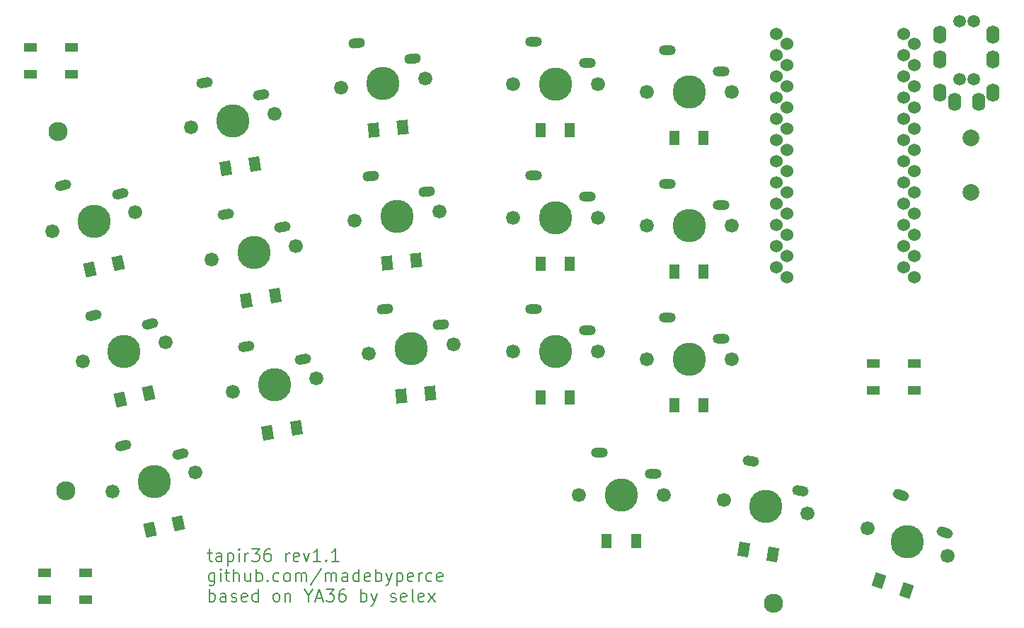
<source format=gbr>
%TF.GenerationSoftware,KiCad,Pcbnew,(5.99.0-11661-g1332208ab1)*%
%TF.CreationDate,2021-08-23T15:05:43-04:00*%
%TF.ProjectId,tapir36,74617069-7233-4362-9e6b-696361645f70,rev?*%
%TF.SameCoordinates,Original*%
%TF.FileFunction,Soldermask,Top*%
%TF.FilePolarity,Negative*%
%FSLAX46Y46*%
G04 Gerber Fmt 4.6, Leading zero omitted, Abs format (unit mm)*
G04 Created by KiCad (PCBNEW (5.99.0-11661-g1332208ab1)) date 2021-08-23 15:05:43*
%MOMM*%
%LPD*%
G01*
G04 APERTURE LIST*
G04 Aperture macros list*
%AMHorizOval*
0 Thick line with rounded ends*
0 $1 width*
0 $2 $3 position (X,Y) of the first rounded end (center of the circle)*
0 $4 $5 position (X,Y) of the second rounded end (center of the circle)*
0 Add line between two ends*
20,1,$1,$2,$3,$4,$5,0*
0 Add two circle primitives to create the rounded ends*
1,1,$1,$2,$3*
1,1,$1,$4,$5*%
%AMRotRect*
0 Rectangle, with rotation*
0 The origin of the aperture is its center*
0 $1 length*
0 $2 width*
0 $3 Rotation angle, in degrees counterclockwise*
0 Add horizontal line*
21,1,$1,$2,0,0,$3*%
G04 Aperture macros list end*
%ADD10C,0.150000*%
%ADD11C,1.680000*%
%ADD12C,3.980000*%
%ADD13HorizOval,1.200000X-0.389748X-0.089980X0.389748X0.089980X0*%
%ADD14HorizOval,1.200000X-0.395075X-0.062574X0.395075X0.062574X0*%
%ADD15HorizOval,1.200000X-0.397809X-0.041811X0.397809X0.041811X0*%
%ADD16O,2.000000X1.200000*%
%ADD17C,1.500000*%
%ADD18O,1.600000X2.200000*%
%ADD19C,1.524000*%
%ADD20HorizOval,1.200000X-0.395075X0.062574X0.395075X-0.062574X0*%
%ADD21HorizOval,1.200000X-0.378207X0.130227X0.378207X-0.130227X0*%
%ADD22C,2.300000*%
%ADD23C,2.000000*%
%ADD24R,1.500000X1.000000*%
%ADD25RotRect,1.300000X1.700000X13.000000*%
%ADD26RotRect,1.300000X1.700000X9.000000*%
%ADD27RotRect,1.300000X1.700000X6.000000*%
%ADD28R,1.300000X1.700000*%
%ADD29RotRect,1.300000X1.700000X341.000000*%
%ADD30RotRect,1.300000X1.700000X351.000000*%
G04 APERTURE END LIST*
D10*
X129240357Y-118263571D02*
X129811785Y-118263571D01*
X129454642Y-117763571D02*
X129454642Y-119049285D01*
X129526071Y-119192142D01*
X129668928Y-119263571D01*
X129811785Y-119263571D01*
X130954642Y-119263571D02*
X130954642Y-118477857D01*
X130883214Y-118335000D01*
X130740357Y-118263571D01*
X130454642Y-118263571D01*
X130311785Y-118335000D01*
X130954642Y-119192142D02*
X130811785Y-119263571D01*
X130454642Y-119263571D01*
X130311785Y-119192142D01*
X130240357Y-119049285D01*
X130240357Y-118906428D01*
X130311785Y-118763571D01*
X130454642Y-118692142D01*
X130811785Y-118692142D01*
X130954642Y-118620714D01*
X131668928Y-118263571D02*
X131668928Y-119763571D01*
X131668928Y-118335000D02*
X131811785Y-118263571D01*
X132097500Y-118263571D01*
X132240357Y-118335000D01*
X132311785Y-118406428D01*
X132383214Y-118549285D01*
X132383214Y-118977857D01*
X132311785Y-119120714D01*
X132240357Y-119192142D01*
X132097500Y-119263571D01*
X131811785Y-119263571D01*
X131668928Y-119192142D01*
X133026071Y-119263571D02*
X133026071Y-118263571D01*
X133026071Y-117763571D02*
X132954642Y-117835000D01*
X133026071Y-117906428D01*
X133097500Y-117835000D01*
X133026071Y-117763571D01*
X133026071Y-117906428D01*
X133740357Y-119263571D02*
X133740357Y-118263571D01*
X133740357Y-118549285D02*
X133811785Y-118406428D01*
X133883214Y-118335000D01*
X134026071Y-118263571D01*
X134168928Y-118263571D01*
X134526071Y-117763571D02*
X135454642Y-117763571D01*
X134954642Y-118335000D01*
X135168928Y-118335000D01*
X135311785Y-118406428D01*
X135383214Y-118477857D01*
X135454642Y-118620714D01*
X135454642Y-118977857D01*
X135383214Y-119120714D01*
X135311785Y-119192142D01*
X135168928Y-119263571D01*
X134740357Y-119263571D01*
X134597500Y-119192142D01*
X134526071Y-119120714D01*
X136740357Y-117763571D02*
X136454642Y-117763571D01*
X136311785Y-117835000D01*
X136240357Y-117906428D01*
X136097500Y-118120714D01*
X136026071Y-118406428D01*
X136026071Y-118977857D01*
X136097500Y-119120714D01*
X136168928Y-119192142D01*
X136311785Y-119263571D01*
X136597500Y-119263571D01*
X136740357Y-119192142D01*
X136811785Y-119120714D01*
X136883214Y-118977857D01*
X136883214Y-118620714D01*
X136811785Y-118477857D01*
X136740357Y-118406428D01*
X136597500Y-118335000D01*
X136311785Y-118335000D01*
X136168928Y-118406428D01*
X136097500Y-118477857D01*
X136026071Y-118620714D01*
X138668928Y-119263571D02*
X138668928Y-118263571D01*
X138668928Y-118549285D02*
X138740357Y-118406428D01*
X138811785Y-118335000D01*
X138954642Y-118263571D01*
X139097500Y-118263571D01*
X140168928Y-119192142D02*
X140026071Y-119263571D01*
X139740357Y-119263571D01*
X139597500Y-119192142D01*
X139526071Y-119049285D01*
X139526071Y-118477857D01*
X139597500Y-118335000D01*
X139740357Y-118263571D01*
X140026071Y-118263571D01*
X140168928Y-118335000D01*
X140240357Y-118477857D01*
X140240357Y-118620714D01*
X139526071Y-118763571D01*
X140740357Y-118263571D02*
X141097500Y-119263571D01*
X141454642Y-118263571D01*
X142811785Y-119263571D02*
X141954642Y-119263571D01*
X142383214Y-119263571D02*
X142383214Y-117763571D01*
X142240357Y-117977857D01*
X142097500Y-118120714D01*
X141954642Y-118192142D01*
X143454642Y-119120714D02*
X143526071Y-119192142D01*
X143454642Y-119263571D01*
X143383214Y-119192142D01*
X143454642Y-119120714D01*
X143454642Y-119263571D01*
X144954642Y-119263571D02*
X144097500Y-119263571D01*
X144526071Y-119263571D02*
X144526071Y-117763571D01*
X144383214Y-117977857D01*
X144240357Y-118120714D01*
X144097500Y-118192142D01*
X130097500Y-120678571D02*
X130097500Y-121892857D01*
X130026071Y-122035714D01*
X129954642Y-122107142D01*
X129811785Y-122178571D01*
X129597500Y-122178571D01*
X129454642Y-122107142D01*
X130097500Y-121607142D02*
X129954642Y-121678571D01*
X129668928Y-121678571D01*
X129526071Y-121607142D01*
X129454642Y-121535714D01*
X129383214Y-121392857D01*
X129383214Y-120964285D01*
X129454642Y-120821428D01*
X129526071Y-120750000D01*
X129668928Y-120678571D01*
X129954642Y-120678571D01*
X130097500Y-120750000D01*
X130811785Y-121678571D02*
X130811785Y-120678571D01*
X130811785Y-120178571D02*
X130740357Y-120250000D01*
X130811785Y-120321428D01*
X130883214Y-120250000D01*
X130811785Y-120178571D01*
X130811785Y-120321428D01*
X131311785Y-120678571D02*
X131883214Y-120678571D01*
X131526071Y-120178571D02*
X131526071Y-121464285D01*
X131597500Y-121607142D01*
X131740357Y-121678571D01*
X131883214Y-121678571D01*
X132383214Y-121678571D02*
X132383214Y-120178571D01*
X133026071Y-121678571D02*
X133026071Y-120892857D01*
X132954642Y-120750000D01*
X132811785Y-120678571D01*
X132597500Y-120678571D01*
X132454642Y-120750000D01*
X132383214Y-120821428D01*
X134383214Y-120678571D02*
X134383214Y-121678571D01*
X133740357Y-120678571D02*
X133740357Y-121464285D01*
X133811785Y-121607142D01*
X133954642Y-121678571D01*
X134168928Y-121678571D01*
X134311785Y-121607142D01*
X134383214Y-121535714D01*
X135097500Y-121678571D02*
X135097500Y-120178571D01*
X135097500Y-120750000D02*
X135240357Y-120678571D01*
X135526071Y-120678571D01*
X135668928Y-120750000D01*
X135740357Y-120821428D01*
X135811785Y-120964285D01*
X135811785Y-121392857D01*
X135740357Y-121535714D01*
X135668928Y-121607142D01*
X135526071Y-121678571D01*
X135240357Y-121678571D01*
X135097500Y-121607142D01*
X136454642Y-121535714D02*
X136526071Y-121607142D01*
X136454642Y-121678571D01*
X136383214Y-121607142D01*
X136454642Y-121535714D01*
X136454642Y-121678571D01*
X137811785Y-121607142D02*
X137668928Y-121678571D01*
X137383214Y-121678571D01*
X137240357Y-121607142D01*
X137168928Y-121535714D01*
X137097500Y-121392857D01*
X137097500Y-120964285D01*
X137168928Y-120821428D01*
X137240357Y-120750000D01*
X137383214Y-120678571D01*
X137668928Y-120678571D01*
X137811785Y-120750000D01*
X138668928Y-121678571D02*
X138526071Y-121607142D01*
X138454642Y-121535714D01*
X138383214Y-121392857D01*
X138383214Y-120964285D01*
X138454642Y-120821428D01*
X138526071Y-120750000D01*
X138668928Y-120678571D01*
X138883214Y-120678571D01*
X139026071Y-120750000D01*
X139097500Y-120821428D01*
X139168928Y-120964285D01*
X139168928Y-121392857D01*
X139097500Y-121535714D01*
X139026071Y-121607142D01*
X138883214Y-121678571D01*
X138668928Y-121678571D01*
X139811785Y-121678571D02*
X139811785Y-120678571D01*
X139811785Y-120821428D02*
X139883214Y-120750000D01*
X140026071Y-120678571D01*
X140240357Y-120678571D01*
X140383214Y-120750000D01*
X140454642Y-120892857D01*
X140454642Y-121678571D01*
X140454642Y-120892857D02*
X140526071Y-120750000D01*
X140668928Y-120678571D01*
X140883214Y-120678571D01*
X141026071Y-120750000D01*
X141097500Y-120892857D01*
X141097500Y-121678571D01*
X142883214Y-120107142D02*
X141597500Y-122035714D01*
X143383214Y-121678571D02*
X143383214Y-120678571D01*
X143383214Y-120821428D02*
X143454642Y-120750000D01*
X143597500Y-120678571D01*
X143811785Y-120678571D01*
X143954642Y-120750000D01*
X144026071Y-120892857D01*
X144026071Y-121678571D01*
X144026071Y-120892857D02*
X144097500Y-120750000D01*
X144240357Y-120678571D01*
X144454642Y-120678571D01*
X144597500Y-120750000D01*
X144668928Y-120892857D01*
X144668928Y-121678571D01*
X146026071Y-121678571D02*
X146026071Y-120892857D01*
X145954642Y-120750000D01*
X145811785Y-120678571D01*
X145526071Y-120678571D01*
X145383214Y-120750000D01*
X146026071Y-121607142D02*
X145883214Y-121678571D01*
X145526071Y-121678571D01*
X145383214Y-121607142D01*
X145311785Y-121464285D01*
X145311785Y-121321428D01*
X145383214Y-121178571D01*
X145526071Y-121107142D01*
X145883214Y-121107142D01*
X146026071Y-121035714D01*
X147383214Y-121678571D02*
X147383214Y-120178571D01*
X147383214Y-121607142D02*
X147240357Y-121678571D01*
X146954642Y-121678571D01*
X146811785Y-121607142D01*
X146740357Y-121535714D01*
X146668928Y-121392857D01*
X146668928Y-120964285D01*
X146740357Y-120821428D01*
X146811785Y-120750000D01*
X146954642Y-120678571D01*
X147240357Y-120678571D01*
X147383214Y-120750000D01*
X148668928Y-121607142D02*
X148526071Y-121678571D01*
X148240357Y-121678571D01*
X148097500Y-121607142D01*
X148026071Y-121464285D01*
X148026071Y-120892857D01*
X148097500Y-120750000D01*
X148240357Y-120678571D01*
X148526071Y-120678571D01*
X148668928Y-120750000D01*
X148740357Y-120892857D01*
X148740357Y-121035714D01*
X148026071Y-121178571D01*
X149383214Y-121678571D02*
X149383214Y-120178571D01*
X149383214Y-120750000D02*
X149526071Y-120678571D01*
X149811785Y-120678571D01*
X149954642Y-120750000D01*
X150026071Y-120821428D01*
X150097500Y-120964285D01*
X150097500Y-121392857D01*
X150026071Y-121535714D01*
X149954642Y-121607142D01*
X149811785Y-121678571D01*
X149526071Y-121678571D01*
X149383214Y-121607142D01*
X150597500Y-120678571D02*
X150954642Y-121678571D01*
X151311785Y-120678571D02*
X150954642Y-121678571D01*
X150811785Y-122035714D01*
X150740357Y-122107142D01*
X150597500Y-122178571D01*
X151883214Y-120678571D02*
X151883214Y-122178571D01*
X151883214Y-120750000D02*
X152026071Y-120678571D01*
X152311785Y-120678571D01*
X152454642Y-120750000D01*
X152526071Y-120821428D01*
X152597500Y-120964285D01*
X152597500Y-121392857D01*
X152526071Y-121535714D01*
X152454642Y-121607142D01*
X152311785Y-121678571D01*
X152026071Y-121678571D01*
X151883214Y-121607142D01*
X153811785Y-121607142D02*
X153668928Y-121678571D01*
X153383214Y-121678571D01*
X153240357Y-121607142D01*
X153168928Y-121464285D01*
X153168928Y-120892857D01*
X153240357Y-120750000D01*
X153383214Y-120678571D01*
X153668928Y-120678571D01*
X153811785Y-120750000D01*
X153883214Y-120892857D01*
X153883214Y-121035714D01*
X153168928Y-121178571D01*
X154526071Y-121678571D02*
X154526071Y-120678571D01*
X154526071Y-120964285D02*
X154597500Y-120821428D01*
X154668928Y-120750000D01*
X154811785Y-120678571D01*
X154954642Y-120678571D01*
X156097500Y-121607142D02*
X155954642Y-121678571D01*
X155668928Y-121678571D01*
X155526071Y-121607142D01*
X155454642Y-121535714D01*
X155383214Y-121392857D01*
X155383214Y-120964285D01*
X155454642Y-120821428D01*
X155526071Y-120750000D01*
X155668928Y-120678571D01*
X155954642Y-120678571D01*
X156097500Y-120750000D01*
X157311785Y-121607142D02*
X157168928Y-121678571D01*
X156883214Y-121678571D01*
X156740357Y-121607142D01*
X156668928Y-121464285D01*
X156668928Y-120892857D01*
X156740357Y-120750000D01*
X156883214Y-120678571D01*
X157168928Y-120678571D01*
X157311785Y-120750000D01*
X157383214Y-120892857D01*
X157383214Y-121035714D01*
X156668928Y-121178571D01*
X129454642Y-124093571D02*
X129454642Y-122593571D01*
X129454642Y-123165000D02*
X129597500Y-123093571D01*
X129883214Y-123093571D01*
X130026071Y-123165000D01*
X130097500Y-123236428D01*
X130168928Y-123379285D01*
X130168928Y-123807857D01*
X130097500Y-123950714D01*
X130026071Y-124022142D01*
X129883214Y-124093571D01*
X129597500Y-124093571D01*
X129454642Y-124022142D01*
X131454642Y-124093571D02*
X131454642Y-123307857D01*
X131383214Y-123165000D01*
X131240357Y-123093571D01*
X130954642Y-123093571D01*
X130811785Y-123165000D01*
X131454642Y-124022142D02*
X131311785Y-124093571D01*
X130954642Y-124093571D01*
X130811785Y-124022142D01*
X130740357Y-123879285D01*
X130740357Y-123736428D01*
X130811785Y-123593571D01*
X130954642Y-123522142D01*
X131311785Y-123522142D01*
X131454642Y-123450714D01*
X132097500Y-124022142D02*
X132240357Y-124093571D01*
X132526071Y-124093571D01*
X132668928Y-124022142D01*
X132740357Y-123879285D01*
X132740357Y-123807857D01*
X132668928Y-123665000D01*
X132526071Y-123593571D01*
X132311785Y-123593571D01*
X132168928Y-123522142D01*
X132097500Y-123379285D01*
X132097500Y-123307857D01*
X132168928Y-123165000D01*
X132311785Y-123093571D01*
X132526071Y-123093571D01*
X132668928Y-123165000D01*
X133954642Y-124022142D02*
X133811785Y-124093571D01*
X133526071Y-124093571D01*
X133383214Y-124022142D01*
X133311785Y-123879285D01*
X133311785Y-123307857D01*
X133383214Y-123165000D01*
X133526071Y-123093571D01*
X133811785Y-123093571D01*
X133954642Y-123165000D01*
X134026071Y-123307857D01*
X134026071Y-123450714D01*
X133311785Y-123593571D01*
X135311785Y-124093571D02*
X135311785Y-122593571D01*
X135311785Y-124022142D02*
X135168928Y-124093571D01*
X134883214Y-124093571D01*
X134740357Y-124022142D01*
X134668928Y-123950714D01*
X134597500Y-123807857D01*
X134597500Y-123379285D01*
X134668928Y-123236428D01*
X134740357Y-123165000D01*
X134883214Y-123093571D01*
X135168928Y-123093571D01*
X135311785Y-123165000D01*
X137383214Y-124093571D02*
X137240357Y-124022142D01*
X137168928Y-123950714D01*
X137097500Y-123807857D01*
X137097500Y-123379285D01*
X137168928Y-123236428D01*
X137240357Y-123165000D01*
X137383214Y-123093571D01*
X137597500Y-123093571D01*
X137740357Y-123165000D01*
X137811785Y-123236428D01*
X137883214Y-123379285D01*
X137883214Y-123807857D01*
X137811785Y-123950714D01*
X137740357Y-124022142D01*
X137597500Y-124093571D01*
X137383214Y-124093571D01*
X138526071Y-123093571D02*
X138526071Y-124093571D01*
X138526071Y-123236428D02*
X138597500Y-123165000D01*
X138740357Y-123093571D01*
X138954642Y-123093571D01*
X139097500Y-123165000D01*
X139168928Y-123307857D01*
X139168928Y-124093571D01*
X141311785Y-123379285D02*
X141311785Y-124093571D01*
X140811785Y-122593571D02*
X141311785Y-123379285D01*
X141811785Y-122593571D01*
X142240357Y-123665000D02*
X142954642Y-123665000D01*
X142097500Y-124093571D02*
X142597500Y-122593571D01*
X143097500Y-124093571D01*
X143454642Y-122593571D02*
X144383214Y-122593571D01*
X143883214Y-123165000D01*
X144097500Y-123165000D01*
X144240357Y-123236428D01*
X144311785Y-123307857D01*
X144383214Y-123450714D01*
X144383214Y-123807857D01*
X144311785Y-123950714D01*
X144240357Y-124022142D01*
X144097500Y-124093571D01*
X143668928Y-124093571D01*
X143526071Y-124022142D01*
X143454642Y-123950714D01*
X145668928Y-122593571D02*
X145383214Y-122593571D01*
X145240357Y-122665000D01*
X145168928Y-122736428D01*
X145026071Y-122950714D01*
X144954642Y-123236428D01*
X144954642Y-123807857D01*
X145026071Y-123950714D01*
X145097500Y-124022142D01*
X145240357Y-124093571D01*
X145526071Y-124093571D01*
X145668928Y-124022142D01*
X145740357Y-123950714D01*
X145811785Y-123807857D01*
X145811785Y-123450714D01*
X145740357Y-123307857D01*
X145668928Y-123236428D01*
X145526071Y-123165000D01*
X145240357Y-123165000D01*
X145097500Y-123236428D01*
X145026071Y-123307857D01*
X144954642Y-123450714D01*
X147597500Y-124093571D02*
X147597500Y-122593571D01*
X147597500Y-123165000D02*
X147740357Y-123093571D01*
X148026071Y-123093571D01*
X148168928Y-123165000D01*
X148240357Y-123236428D01*
X148311785Y-123379285D01*
X148311785Y-123807857D01*
X148240357Y-123950714D01*
X148168928Y-124022142D01*
X148026071Y-124093571D01*
X147740357Y-124093571D01*
X147597500Y-124022142D01*
X148811785Y-123093571D02*
X149168928Y-124093571D01*
X149526071Y-123093571D02*
X149168928Y-124093571D01*
X149026071Y-124450714D01*
X148954642Y-124522142D01*
X148811785Y-124593571D01*
X151168928Y-124022142D02*
X151311785Y-124093571D01*
X151597500Y-124093571D01*
X151740357Y-124022142D01*
X151811785Y-123879285D01*
X151811785Y-123807857D01*
X151740357Y-123665000D01*
X151597500Y-123593571D01*
X151383214Y-123593571D01*
X151240357Y-123522142D01*
X151168928Y-123379285D01*
X151168928Y-123307857D01*
X151240357Y-123165000D01*
X151383214Y-123093571D01*
X151597500Y-123093571D01*
X151740357Y-123165000D01*
X153026071Y-124022142D02*
X152883214Y-124093571D01*
X152597500Y-124093571D01*
X152454642Y-124022142D01*
X152383214Y-123879285D01*
X152383214Y-123307857D01*
X152454642Y-123165000D01*
X152597500Y-123093571D01*
X152883214Y-123093571D01*
X153026071Y-123165000D01*
X153097500Y-123307857D01*
X153097500Y-123450714D01*
X152383214Y-123593571D01*
X153954642Y-124093571D02*
X153811785Y-124022142D01*
X153740357Y-123879285D01*
X153740357Y-122593571D01*
X155097500Y-124022142D02*
X154954642Y-124093571D01*
X154668928Y-124093571D01*
X154526071Y-124022142D01*
X154454642Y-123879285D01*
X154454642Y-123307857D01*
X154526071Y-123165000D01*
X154668928Y-123093571D01*
X154954642Y-123093571D01*
X155097500Y-123165000D01*
X155168928Y-123307857D01*
X155168928Y-123450714D01*
X154454642Y-123593571D01*
X155668928Y-124093571D02*
X156454642Y-123093571D01*
X155668928Y-123093571D02*
X156454642Y-124093571D01*
D11*
%TO.C,SW1*%
X120597692Y-77417236D03*
D12*
X115647892Y-78559987D03*
D11*
X110698092Y-79702738D03*
D13*
X118812853Y-75243012D03*
X111956790Y-74219046D03*
%TD*%
D11*
%TO.C,SW2*%
X124196906Y-93007154D03*
D12*
X119247106Y-94149905D03*
D11*
X114297306Y-95292656D03*
D13*
X122412067Y-90832930D03*
X115556004Y-89808964D03*
%TD*%
D12*
%TO.C,SW3*%
X122846325Y-109739831D03*
D11*
X117896525Y-110882582D03*
X127796125Y-108597080D03*
D13*
X126011286Y-106422856D03*
X119155223Y-105398890D03*
%TD*%
D11*
%TO.C,SW4*%
X137292707Y-65726114D03*
X127257793Y-67315488D03*
D12*
X132275250Y-66520801D03*
D14*
X135663881Y-63432682D03*
X128895948Y-61932956D03*
%TD*%
D11*
%TO.C,SW5*%
X139795655Y-81529127D03*
D12*
X134778198Y-82323814D03*
D11*
X129760741Y-83118501D03*
D14*
X138166829Y-79235695D03*
X131398896Y-77735969D03*
%TD*%
D11*
%TO.C,SW6*%
X142298607Y-97332140D03*
D12*
X137281150Y-98126827D03*
D11*
X132263693Y-98921514D03*
D14*
X140669781Y-95038708D03*
X133901848Y-93538982D03*
%TD*%
D12*
%TO.C,SW7*%
X150259201Y-62012813D03*
D11*
X145207030Y-62543818D03*
X155311372Y-61481808D03*
D15*
X153804808Y-59106274D03*
X147124640Y-57254397D03*
%TD*%
D11*
%TO.C,SW8*%
X146879485Y-78456169D03*
D12*
X151931656Y-77925164D03*
D11*
X156983827Y-77394159D03*
D15*
X155477263Y-75018625D03*
X148797095Y-73166748D03*
%TD*%
D11*
%TO.C,SW9*%
X148551940Y-94368519D03*
D12*
X153604111Y-93837514D03*
D11*
X158656282Y-93306509D03*
D15*
X157149718Y-90930975D03*
X150469550Y-89079098D03*
%TD*%
D11*
%TO.C,SW12*%
X175932603Y-78099287D03*
D12*
X170852603Y-78099287D03*
D11*
X165772603Y-78099287D03*
D16*
X174682603Y-75579287D03*
X168232603Y-73039287D03*
%TD*%
D12*
%TO.C,SW13*%
X170852603Y-94099288D03*
D11*
X175932603Y-94099288D03*
X165772603Y-94099288D03*
D16*
X174682603Y-91579288D03*
X168232603Y-89039288D03*
%TD*%
D11*
%TO.C,SW15*%
X191932606Y-63099287D03*
D12*
X186852606Y-63099287D03*
D11*
X181772606Y-63099287D03*
D16*
X190682606Y-60579287D03*
X184232606Y-58039287D03*
%TD*%
D11*
%TO.C,SW16*%
X181772605Y-79099286D03*
X191932605Y-79099286D03*
D12*
X186852605Y-79099286D03*
D16*
X190682605Y-76579286D03*
X184232605Y-74039286D03*
%TD*%
D11*
%TO.C,SW17*%
X181772605Y-95099287D03*
D12*
X186852605Y-95099287D03*
D11*
X191932605Y-95099287D03*
D16*
X190682605Y-92579287D03*
X184232605Y-90039287D03*
%TD*%
D17*
%TO.C,U1*%
X219195799Y-54576821D03*
X220945799Y-54576821D03*
X219195799Y-61576821D03*
X220945799Y-61576821D03*
D18*
X218645799Y-64276821D03*
X221495799Y-64276821D03*
X216895799Y-63176821D03*
X223245799Y-63176821D03*
X223245799Y-59176821D03*
X216895799Y-59176821D03*
X223245799Y-56176821D03*
X216895799Y-56176821D03*
%TD*%
D19*
%TO.C,U2*%
X213833094Y-57279999D03*
X197294279Y-56084254D03*
X197294279Y-58624254D03*
X213833094Y-59819999D03*
X197294279Y-61164254D03*
X213833094Y-62359999D03*
X213833094Y-64899999D03*
X197294279Y-63704254D03*
X197294279Y-66244254D03*
X213833094Y-67439999D03*
X197294279Y-68784254D03*
X213833094Y-69979999D03*
X213833094Y-72519999D03*
X197294279Y-71324254D03*
X213833094Y-75059999D03*
X197294279Y-73864254D03*
X213833094Y-77599999D03*
X197294279Y-76404254D03*
X197294279Y-78944254D03*
X213833094Y-80139999D03*
X197294279Y-81484254D03*
X213833094Y-82679999D03*
X197294279Y-84024254D03*
X213833094Y-85219999D03*
X198593094Y-85219999D03*
X212534279Y-84024254D03*
X212534279Y-81484254D03*
X198593094Y-82679999D03*
X212534279Y-78944254D03*
X198593094Y-80139999D03*
X212534279Y-76404254D03*
X198593094Y-77599999D03*
X212534279Y-73864254D03*
X198593094Y-75059999D03*
X198593094Y-72519999D03*
X212534279Y-71324254D03*
X198593094Y-69979999D03*
X212534279Y-68784254D03*
X212534279Y-66244254D03*
X198593094Y-67439999D03*
X198593094Y-64899999D03*
X212534279Y-63704254D03*
X212534279Y-61164254D03*
X198593094Y-62359999D03*
X212534279Y-58624254D03*
X198593094Y-59819999D03*
X212534279Y-56084254D03*
X198593094Y-57279999D03*
%TD*%
D11*
%TO.C,SW11*%
X175932605Y-62099287D03*
D12*
X170852605Y-62099287D03*
D11*
X165772605Y-62099287D03*
D16*
X174682605Y-59579287D03*
X168232605Y-57039287D03*
%TD*%
D11*
%TO.C,SW14*%
X201052607Y-113489226D03*
X191017693Y-111899852D03*
D12*
X196035150Y-112694539D03*
D20*
X200212211Y-110804708D03*
X194238965Y-107286978D03*
%TD*%
D12*
%TO.C,SW18*%
X212999333Y-116954097D03*
D11*
X208196099Y-115300211D03*
X217802567Y-118607983D03*
D21*
X217441101Y-115818316D03*
X212169449Y-111316784D03*
%TD*%
D11*
%TO.C,SW10*%
X173687254Y-111287018D03*
D12*
X178767254Y-111287018D03*
D11*
X183847254Y-111287018D03*
D16*
X182597254Y-108767018D03*
X176147254Y-106227018D03*
%TD*%
D22*
%TO.C,*%
X197000000Y-124300000D03*
%TD*%
%TO.C,*%
X112300000Y-110800000D03*
%TD*%
%TO.C,Ref\u002A\u002A*%
X111400000Y-67800000D03*
%TD*%
D23*
%TO.C,RSW1*%
X220600000Y-68550000D03*
X220600000Y-75050000D03*
%TD*%
D24*
%TO.C,D19*%
X213789569Y-98814958D03*
X213789569Y-95614958D03*
X208889569Y-95614958D03*
X208889569Y-98814958D03*
%TD*%
%TO.C,D20*%
X112989999Y-60914956D03*
X112989999Y-57714956D03*
X108089999Y-57714956D03*
X108089999Y-60914956D03*
%TD*%
%TO.C,D21*%
X114670000Y-123860000D03*
X114670000Y-120660000D03*
X109770000Y-120660000D03*
X109770000Y-123860000D03*
%TD*%
D25*
%TO.C,D1*%
X115179976Y-84312685D03*
X118590272Y-83525357D03*
%TD*%
%TO.C,D2*%
X118779192Y-99902606D03*
X122189488Y-99115278D03*
%TD*%
%TO.C,D3*%
X122378407Y-115492525D03*
X125788703Y-114705197D03*
%TD*%
D26*
%TO.C,D4*%
X131407181Y-72226844D03*
X134864091Y-71679324D03*
%TD*%
%TO.C,D5*%
X133910135Y-88029860D03*
X137367045Y-87482340D03*
%TD*%
%TO.C,D6*%
X136413084Y-103832874D03*
X139869994Y-103285354D03*
%TD*%
D27*
%TO.C,D7*%
X149093694Y-67665610D03*
X152574520Y-67299760D03*
%TD*%
%TO.C,D8*%
X150766150Y-83577959D03*
X154246976Y-83212109D03*
%TD*%
%TO.C,D9*%
X152438605Y-99490309D03*
X155919431Y-99124459D03*
%TD*%
D28*
%TO.C,D11*%
X169102606Y-67599286D03*
X172602606Y-67599286D03*
%TD*%
%TO.C,D12*%
X169102604Y-83599285D03*
X172602604Y-83599285D03*
%TD*%
%TO.C,D13*%
X169102604Y-99599285D03*
X172602604Y-99599285D03*
%TD*%
%TO.C,D16*%
X185102604Y-84599285D03*
X188602604Y-84599285D03*
%TD*%
%TO.C,D17*%
X185102604Y-100599287D03*
X188602604Y-100599287D03*
%TD*%
%TO.C,D15*%
X185102605Y-68599286D03*
X188602605Y-68599286D03*
%TD*%
D29*
%TO.C,D18*%
X209554047Y-121584704D03*
X212863363Y-122724192D03*
%TD*%
D30*
%TO.C,D14*%
X193446304Y-117853062D03*
X196903214Y-118400582D03*
%TD*%
D28*
%TO.C,D10*%
X177017254Y-116787017D03*
X180517254Y-116787017D03*
%TD*%
M02*

</source>
